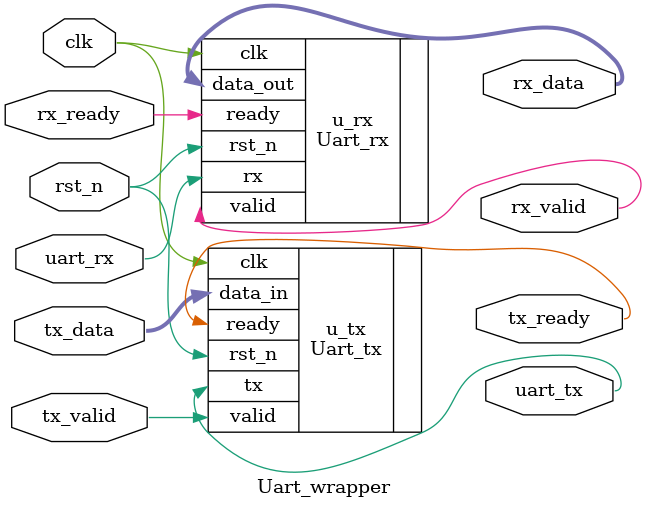
<source format=sv>
module Uart_wrapper #(
    parameter DATA_WIDTH = 8,
    parameter BAUD_RATE = 115200,
    parameter CLOCK_FREQ = 50000000
)(
    input  logic                  clk,
    input  logic                  rst_n,
    // UART RX interface
    input  logic                  uart_rx,
    output logic [DATA_WIDTH-1:0] rx_data,
    output logic                  rx_valid,
    input  logic                  rx_ready,
    // UART TX interface
    output logic                  uart_tx,
    input  logic [DATA_WIDTH-1:0] tx_data,
    input  logic                  tx_valid,
    output logic                  tx_ready
);

    // RX instance
    Uart_rx #(
        .DATA_WIDTH(DATA_WIDTH),
        .BAUD_RATE(BAUD_RATE),
        .CLOCK_FREQ(CLOCK_FREQ)
    ) u_rx (
        .clk      (clk),
        .rst_n    (rst_n),
        .rx       (uart_rx),
        .data_out (rx_data),
        .valid    (rx_valid),
        .ready    (rx_ready)
    );

    // TX instance
    Uart_tx #(
        .DATA_WIDTH(DATA_WIDTH),
        .BAUD_RATE(BAUD_RATE),
        .CLOCK_FREQ(CLOCK_FREQ)
    ) u_tx (
        .clk      (clk),
        .rst_n    (rst_n),
        .tx       (uart_tx),
        .data_in  (tx_data),
        .valid    (tx_valid),
        .ready    (tx_ready)
    );

endmodule
</source>
